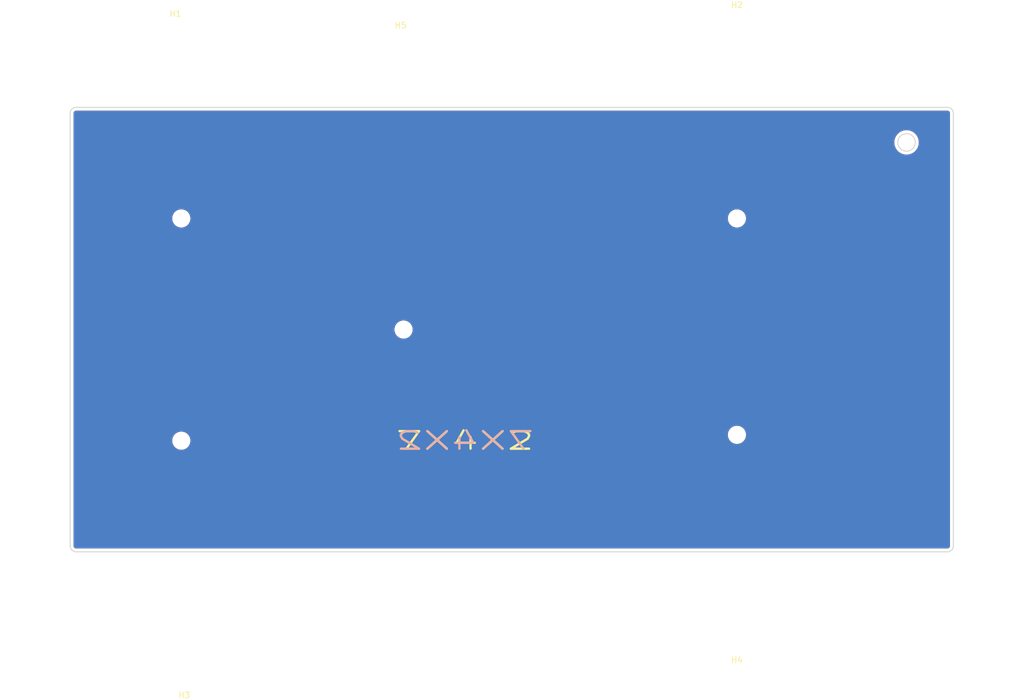
<source format=kicad_pcb>
(kicad_pcb (version 20171130) (host pcbnew "(5.1.6)-1")

  (general
    (thickness 1.6)
    (drawings 13)
    (tracks 0)
    (zones 0)
    (modules 5)
    (nets 1)
  )

  (page A3)
  (layers
    (0 F.Cu signal)
    (31 B.Cu signal)
    (32 B.Adhes user hide)
    (33 F.Adhes user hide)
    (34 B.Paste user hide)
    (35 F.Paste user hide)
    (36 B.SilkS user)
    (37 F.SilkS user)
    (38 B.Mask user hide)
    (39 F.Mask user hide)
    (40 Dwgs.User user)
    (41 Cmts.User user hide)
    (42 Eco1.User user)
    (43 Eco2.User user)
    (44 Edge.Cuts user)
    (45 Margin user hide)
    (46 B.CrtYd user hide)
    (47 F.CrtYd user hide)
    (48 B.Fab user hide)
    (49 F.Fab user hide)
  )

  (setup
    (last_trace_width 0.2)
    (user_trace_width 0.2)
    (user_trace_width 0.4)
    (user_trace_width 0.6)
    (user_trace_width 0.8)
    (user_trace_width 1)
    (user_trace_width 1.2)
    (user_trace_width 1.6)
    (user_trace_width 2)
    (trace_clearance 0.2)
    (zone_clearance 0.508)
    (zone_45_only no)
    (trace_min 0.2)
    (via_size 0.5)
    (via_drill 0.3)
    (via_min_size 0.4)
    (via_min_drill 0.3)
    (user_via 0.9 0.5)
    (user_via 1.2 0.8)
    (user_via 1.4 0.9)
    (user_via 1.5 1)
    (uvia_size 0.3)
    (uvia_drill 0.1)
    (uvias_allowed no)
    (uvia_min_size 0.2)
    (uvia_min_drill 0.1)
    (edge_width 0.15)
    (segment_width 0.2)
    (pcb_text_width 0.3)
    (pcb_text_size 1.5 1.5)
    (mod_edge_width 0.15)
    (mod_text_size 1 1)
    (mod_text_width 0.15)
    (pad_size 1.2 1.2)
    (pad_drill 0.6)
    (pad_to_mask_clearance 0.2)
    (solder_mask_min_width 0.25)
    (aux_axis_origin 50 50)
    (grid_origin 211.901001 215.355521)
    (visible_elements 7FFFFFFF)
    (pcbplotparams
      (layerselection 0x010f0_ffffffff)
      (usegerberextensions true)
      (usegerberattributes false)
      (usegerberadvancedattributes false)
      (creategerberjobfile false)
      (excludeedgelayer true)
      (linewidth 0.100000)
      (plotframeref false)
      (viasonmask false)
      (mode 1)
      (useauxorigin true)
      (hpglpennumber 1)
      (hpglpenspeed 20)
      (hpglpendiameter 15.000000)
      (psnegative false)
      (psa4output false)
      (plotreference true)
      (plotvalue true)
      (plotinvisibletext false)
      (padsonsilk false)
      (subtractmaskfromsilk true)
      (outputformat 1)
      (mirror false)
      (drillshape 0)
      (scaleselection 1)
      (outputdirectory "./gerber/"))
  )

  (net 0 "")

  (net_class Default "これは標準のネット クラスです。"
    (clearance 0.2)
    (trace_width 0.2)
    (via_dia 0.5)
    (via_drill 0.3)
    (uvia_dia 0.3)
    (uvia_drill 0.1)
  )

  (module MountingHole:MountingHole_2.1mm (layer F.Cu) (tedit 5B924765) (tstamp 5EC5444E)
    (at 109.401001 113.855521)
    (descr "Mounting Hole 2.1mm, no annular")
    (tags "mounting hole 2.1mm no annular")
    (path /5E51C383)
    (attr virtual)
    (fp_text reference H5 (at -0.5 -52) (layer F.SilkS)
      (effects (font (size 1 1) (thickness 0.15)))
    )
    (fp_text value MountingHole (at 0 3.2) (layer F.Fab)
      (effects (font (size 1 1) (thickness 0.15)))
    )
    (fp_circle (center 0 0) (end 2.1 0) (layer Cmts.User) (width 0.15))
    (fp_circle (center 0 0) (end 2.35 0) (layer F.CrtYd) (width 0.05))
    (fp_text user %R (at 0.3 0) (layer F.Fab)
      (effects (font (size 1 1) (thickness 0.15)))
    )
    (pad "" np_thru_hole circle (at 0 0) (size 2.1 2.1) (drill 2.1) (layers *.Cu *.Mask))
  )

  (module MountingHole:MountingHole_2.1mm (layer F.Cu) (tedit 5B924765) (tstamp 5E49C725)
    (at 166.401001 131.855521)
    (descr "Mounting Hole 2.1mm, no annular")
    (tags "mounting hole 2.1mm no annular")
    (path /5E50EBA9)
    (attr virtual)
    (fp_text reference H4 (at 0 38.5) (layer F.SilkS)
      (effects (font (size 1 1) (thickness 0.15)))
    )
    (fp_text value MountingHole (at 0 3.2) (layer F.Fab)
      (effects (font (size 1 1) (thickness 0.15)))
    )
    (fp_circle (center 0 0) (end 2.1 0) (layer Cmts.User) (width 0.15))
    (fp_circle (center 0 0) (end 2.35 0) (layer F.CrtYd) (width 0.05))
    (fp_text user %R (at 0.3 0) (layer F.Fab)
      (effects (font (size 1 1) (thickness 0.15)))
    )
    (pad "" np_thru_hole circle (at 0 0) (size 2.1 2.1) (drill 2.1) (layers *.Cu *.Mask))
  )

  (module MountingHole:MountingHole_2.1mm (layer F.Cu) (tedit 5B924765) (tstamp 5E49C71D)
    (at 71.401001 132.855521)
    (descr "Mounting Hole 2.1mm, no annular")
    (tags "mounting hole 2.1mm no annular")
    (path /5E50EB9F)
    (attr virtual)
    (fp_text reference H3 (at 0.5 43.5) (layer F.SilkS)
      (effects (font (size 1 1) (thickness 0.15)))
    )
    (fp_text value MountingHole (at 0 3.2) (layer F.Fab)
      (effects (font (size 1 1) (thickness 0.15)))
    )
    (fp_circle (center 0 0) (end 2.1 0) (layer Cmts.User) (width 0.15))
    (fp_circle (center 0 0) (end 2.35 0) (layer F.CrtYd) (width 0.05))
    (fp_text user %R (at 0.3 0) (layer F.Fab)
      (effects (font (size 1 1) (thickness 0.15)))
    )
    (pad "" np_thru_hole circle (at 0 0) (size 2.1 2.1) (drill 2.1) (layers *.Cu *.Mask))
  )

  (module MountingHole:MountingHole_2.1mm (layer F.Cu) (tedit 5B924765) (tstamp 5EC326C3)
    (at 166.401001 94.855521)
    (descr "Mounting Hole 2.1mm, no annular")
    (tags "mounting hole 2.1mm no annular")
    (path /5E50DFF3)
    (attr virtual)
    (fp_text reference H2 (at 0 -36.5) (layer F.SilkS)
      (effects (font (size 1 1) (thickness 0.15)))
    )
    (fp_text value MountingHole (at 0 3.2) (layer F.Fab)
      (effects (font (size 1 1) (thickness 0.15)))
    )
    (fp_circle (center 0 0) (end 2.1 0) (layer Cmts.User) (width 0.15))
    (fp_circle (center 0 0) (end 2.35 0) (layer F.CrtYd) (width 0.05))
    (fp_text user %R (at 0.3 0) (layer F.Fab)
      (effects (font (size 1 1) (thickness 0.15)))
    )
    (pad "" np_thru_hole circle (at 0 0) (size 2.1 2.1) (drill 2.1) (layers *.Cu *.Mask))
  )

  (module MountingHole:MountingHole_2.1mm (layer F.Cu) (tedit 5B924765) (tstamp 5E49C70D)
    (at 71.401001 94.855521)
    (descr "Mounting Hole 2.1mm, no annular")
    (tags "mounting hole 2.1mm no annular")
    (path /5E50DAEC)
    (attr virtual)
    (fp_text reference H1 (at -1 -35) (layer F.SilkS)
      (effects (font (size 1 1) (thickness 0.15)))
    )
    (fp_text value MountingHole (at 0 3.2) (layer F.Fab)
      (effects (font (size 1 1) (thickness 0.15)))
    )
    (fp_circle (center 0 0) (end 2.1 0) (layer Cmts.User) (width 0.15))
    (fp_circle (center 0 0) (end 2.35 0) (layer F.CrtYd) (width 0.05))
    (fp_text user %R (at 0.3 0) (layer F.Fab)
      (effects (font (size 1 1) (thickness 0.15)))
    )
    (pad "" np_thru_hole circle (at 0 0) (size 2.1 2.1) (drill 2.1) (layers *.Cu *.Mask))
  )

  (gr_text 7X4X2 (at 119.901001 132.855521) (layer B.SilkS) (tstamp 5EC4D462)
    (effects (font (size 3 5) (thickness 0.4)) (justify mirror))
  )
  (gr_text 7X4X2 (at 119.901001 132.855521) (layer F.SilkS) (tstamp 5E7FFC6D)
    (effects (font (size 3 5) (thickness 0.4)))
  )
  (gr_circle (center 195.401001 81.855521) (end 195.401001 83.355521) (layer Edge.Cuts) (width 0.15))
  (dimension 76 (width 0.15) (layer Dwgs.User)
    (gr_text "76.000 mm" (at 208.201001 113.855521 270) (layer Dwgs.User)
      (effects (font (size 1 1) (thickness 0.15)))
    )
    (feature1 (pts (xy 203.401001 151.855521) (xy 207.487422 151.855521)))
    (feature2 (pts (xy 203.401001 75.855521) (xy 207.487422 75.855521)))
    (crossbar (pts (xy 206.901001 75.855521) (xy 206.901001 151.855521)))
    (arrow1a (pts (xy 206.901001 151.855521) (xy 206.31458 150.729017)))
    (arrow1b (pts (xy 206.901001 151.855521) (xy 207.487422 150.729017)))
    (arrow2a (pts (xy 206.901001 75.855521) (xy 206.31458 76.982025)))
    (arrow2b (pts (xy 206.901001 75.855521) (xy 207.487422 76.982025)))
  )
  (dimension 151.025002 (width 0.15) (layer Dwgs.User)
    (gr_text "151.025 mm" (at 127.889209 71.56661 -0.009484485845) (layer Dwgs.User)
      (effects (font (size 1 1) (thickness 0.15)))
    )
    (feature1 (pts (xy 52.376001 75.830521) (xy 52.376591 72.267689)))
    (feature2 (pts (xy 203.401001 75.855521) (xy 203.401591 72.292689)))
    (crossbar (pts (xy 203.401494 72.87911) (xy 52.376494 72.85411)))
    (arrow1a (pts (xy 52.376494 72.85411) (xy 53.503095 72.267876)))
    (arrow1b (pts (xy 52.376494 72.85411) (xy 53.502901 73.440717)))
    (arrow2a (pts (xy 203.401494 72.87911) (xy 202.275087 72.292503)))
    (arrow2b (pts (xy 203.401494 72.87911) (xy 202.274893 73.465344)))
  )
  (gr_arc (start 53.401001 76.855521) (end 53.401001 75.855521) (angle -90) (layer Edge.Cuts) (width 0.15))
  (gr_arc (start 53.401001 150.855521) (end 52.401001 150.855521) (angle -90) (layer Edge.Cuts) (width 0.15))
  (gr_arc (start 202.401001 150.855521) (end 202.401001 151.855521) (angle -90) (layer Edge.Cuts) (width 0.15))
  (gr_arc (start 202.401001 76.855521) (end 203.401001 76.855521) (angle -90) (layer Edge.Cuts) (width 0.15))
  (gr_line (start 52.401001 76.855521) (end 52.401001 150.855521) (layer Edge.Cuts) (width 0.15) (tstamp 5EC11F0B))
  (gr_line (start 202.401001 75.855521) (end 53.401001 75.855521) (layer Edge.Cuts) (width 0.15))
  (gr_line (start 203.401001 150.855521) (end 203.401001 76.855521) (layer Edge.Cuts) (width 0.15))
  (gr_line (start 53.401001 151.855521) (end 202.401001 151.855521) (layer Edge.Cuts) (width 0.15))

  (zone (net 0) (net_name "") (layer B.Cu) (tstamp 5EC4C2BB) (hatch edge 0.508)
    (connect_pads (clearance 0.508))
    (min_thickness 0.254)
    (fill yes (arc_segments 32) (thermal_gap 0.508) (thermal_bridge_width 0.508))
    (polygon
      (pts
        (xy 215.501001 165.455521) (xy 40.401001 160.855521) (xy 40.401001 67.405521) (xy 213.901001 67.655521)
      )
    )
    (filled_polygon
      (pts
        (xy 202.456666 76.574384) (xy 202.510215 76.590551) (xy 202.559598 76.616809) (xy 202.602946 76.652162) (xy 202.638601 76.695261)
        (xy 202.665202 76.744458) (xy 202.681743 76.797896) (xy 202.691002 76.885985) (xy 202.691001 150.8208) (xy 202.682139 150.911185)
        (xy 202.665971 150.964735) (xy 202.639713 151.014118) (xy 202.604358 151.057468) (xy 202.561262 151.09312) (xy 202.512064 151.119722)
        (xy 202.458626 151.136263) (xy 202.370546 151.145521) (xy 53.435722 151.145521) (xy 53.345337 151.136659) (xy 53.291787 151.120491)
        (xy 53.242404 151.094233) (xy 53.199054 151.058878) (xy 53.163402 151.015782) (xy 53.1368 150.966584) (xy 53.120259 150.913146)
        (xy 53.111001 150.825066) (xy 53.111001 132.689563) (xy 69.716001 132.689563) (xy 69.716001 133.021479) (xy 69.780755 133.347017)
        (xy 69.907773 133.653668) (xy 70.092176 133.929646) (xy 70.326876 134.164346) (xy 70.602854 134.348749) (xy 70.909505 134.475767)
        (xy 71.235043 134.540521) (xy 71.566959 134.540521) (xy 71.892497 134.475767) (xy 72.199148 134.348749) (xy 72.475126 134.164346)
        (xy 72.709826 133.929646) (xy 72.894229 133.653668) (xy 73.021247 133.347017) (xy 73.086001 133.021479) (xy 73.086001 132.689563)
        (xy 73.021247 132.364025) (xy 72.894229 132.057374) (xy 72.709826 131.781396) (xy 72.617993 131.689563) (xy 164.716001 131.689563)
        (xy 164.716001 132.021479) (xy 164.780755 132.347017) (xy 164.907773 132.653668) (xy 165.092176 132.929646) (xy 165.326876 133.164346)
        (xy 165.602854 133.348749) (xy 165.909505 133.475767) (xy 166.235043 133.540521) (xy 166.566959 133.540521) (xy 166.892497 133.475767)
        (xy 167.199148 133.348749) (xy 167.475126 133.164346) (xy 167.709826 132.929646) (xy 167.894229 132.653668) (xy 168.021247 132.347017)
        (xy 168.086001 132.021479) (xy 168.086001 131.689563) (xy 168.021247 131.364025) (xy 167.894229 131.057374) (xy 167.709826 130.781396)
        (xy 167.475126 130.546696) (xy 167.199148 130.362293) (xy 166.892497 130.235275) (xy 166.566959 130.170521) (xy 166.235043 130.170521)
        (xy 165.909505 130.235275) (xy 165.602854 130.362293) (xy 165.326876 130.546696) (xy 165.092176 130.781396) (xy 164.907773 131.057374)
        (xy 164.780755 131.364025) (xy 164.716001 131.689563) (xy 72.617993 131.689563) (xy 72.475126 131.546696) (xy 72.199148 131.362293)
        (xy 71.892497 131.235275) (xy 71.566959 131.170521) (xy 71.235043 131.170521) (xy 70.909505 131.235275) (xy 70.602854 131.362293)
        (xy 70.326876 131.546696) (xy 70.092176 131.781396) (xy 69.907773 132.057374) (xy 69.780755 132.364025) (xy 69.716001 132.689563)
        (xy 53.111001 132.689563) (xy 53.111001 113.689563) (xy 107.716001 113.689563) (xy 107.716001 114.021479) (xy 107.780755 114.347017)
        (xy 107.907773 114.653668) (xy 108.092176 114.929646) (xy 108.326876 115.164346) (xy 108.602854 115.348749) (xy 108.909505 115.475767)
        (xy 109.235043 115.540521) (xy 109.566959 115.540521) (xy 109.892497 115.475767) (xy 110.199148 115.348749) (xy 110.475126 115.164346)
        (xy 110.709826 114.929646) (xy 110.894229 114.653668) (xy 111.021247 114.347017) (xy 111.086001 114.021479) (xy 111.086001 113.689563)
        (xy 111.021247 113.364025) (xy 110.894229 113.057374) (xy 110.709826 112.781396) (xy 110.475126 112.546696) (xy 110.199148 112.362293)
        (xy 109.892497 112.235275) (xy 109.566959 112.170521) (xy 109.235043 112.170521) (xy 108.909505 112.235275) (xy 108.602854 112.362293)
        (xy 108.326876 112.546696) (xy 108.092176 112.781396) (xy 107.907773 113.057374) (xy 107.780755 113.364025) (xy 107.716001 113.689563)
        (xy 53.111001 113.689563) (xy 53.111001 94.689563) (xy 69.716001 94.689563) (xy 69.716001 95.021479) (xy 69.780755 95.347017)
        (xy 69.907773 95.653668) (xy 70.092176 95.929646) (xy 70.326876 96.164346) (xy 70.602854 96.348749) (xy 70.909505 96.475767)
        (xy 71.235043 96.540521) (xy 71.566959 96.540521) (xy 71.892497 96.475767) (xy 72.199148 96.348749) (xy 72.475126 96.164346)
        (xy 72.709826 95.929646) (xy 72.894229 95.653668) (xy 73.021247 95.347017) (xy 73.086001 95.021479) (xy 73.086001 94.689563)
        (xy 164.716001 94.689563) (xy 164.716001 95.021479) (xy 164.780755 95.347017) (xy 164.907773 95.653668) (xy 165.092176 95.929646)
        (xy 165.326876 96.164346) (xy 165.602854 96.348749) (xy 165.909505 96.475767) (xy 166.235043 96.540521) (xy 166.566959 96.540521)
        (xy 166.892497 96.475767) (xy 167.199148 96.348749) (xy 167.475126 96.164346) (xy 167.709826 95.929646) (xy 167.894229 95.653668)
        (xy 168.021247 95.347017) (xy 168.086001 95.021479) (xy 168.086001 94.689563) (xy 168.021247 94.364025) (xy 167.894229 94.057374)
        (xy 167.709826 93.781396) (xy 167.475126 93.546696) (xy 167.199148 93.362293) (xy 166.892497 93.235275) (xy 166.566959 93.170521)
        (xy 166.235043 93.170521) (xy 165.909505 93.235275) (xy 165.602854 93.362293) (xy 165.326876 93.546696) (xy 165.092176 93.781396)
        (xy 164.907773 94.057374) (xy 164.780755 94.364025) (xy 164.716001 94.689563) (xy 73.086001 94.689563) (xy 73.021247 94.364025)
        (xy 72.894229 94.057374) (xy 72.709826 93.781396) (xy 72.475126 93.546696) (xy 72.199148 93.362293) (xy 71.892497 93.235275)
        (xy 71.566959 93.170521) (xy 71.235043 93.170521) (xy 70.909505 93.235275) (xy 70.602854 93.362293) (xy 70.326876 93.546696)
        (xy 70.092176 93.781396) (xy 69.907773 94.057374) (xy 69.780755 94.364025) (xy 69.716001 94.689563) (xy 53.111001 94.689563)
        (xy 53.111001 81.636943) (xy 193.181739 81.636943) (xy 193.181739 82.074099) (xy 193.267024 82.502856) (xy 193.434317 82.906736)
        (xy 193.677188 83.270218) (xy 193.986304 83.579334) (xy 194.349786 83.822205) (xy 194.753666 83.989498) (xy 195.182423 84.074783)
        (xy 195.619579 84.074783) (xy 196.048336 83.989498) (xy 196.452216 83.822205) (xy 196.815698 83.579334) (xy 197.124814 83.270218)
        (xy 197.367685 82.906736) (xy 197.534978 82.502856) (xy 197.620263 82.074099) (xy 197.620263 81.636943) (xy 197.534978 81.208186)
        (xy 197.367685 80.804306) (xy 197.124814 80.440824) (xy 196.815698 80.131708) (xy 196.452216 79.888837) (xy 196.048336 79.721544)
        (xy 195.619579 79.636259) (xy 195.182423 79.636259) (xy 194.753666 79.721544) (xy 194.349786 79.888837) (xy 193.986304 80.131708)
        (xy 193.677188 80.440824) (xy 193.434317 80.804306) (xy 193.267024 81.208186) (xy 193.181739 81.636943) (xy 53.111001 81.636943)
        (xy 53.111001 76.890243) (xy 53.119864 76.799856) (xy 53.136031 76.746307) (xy 53.162289 76.696924) (xy 53.197642 76.653576)
        (xy 53.240741 76.617921) (xy 53.289938 76.59132) (xy 53.343376 76.574779) (xy 53.431456 76.565521) (xy 202.366279 76.565521)
      )
    )
  )
  (zone (net 0) (net_name "") (layer F.Cu) (tstamp 5EC4C2B8) (hatch edge 0.508)
    (connect_pads (clearance 0.508))
    (min_thickness 0.254)
    (fill yes (arc_segments 32) (thermal_gap 0.508) (thermal_bridge_width 0.508))
    (polygon
      (pts
        (xy 213.001001 160.855521) (xy 46.951001 161.355521) (xy 46.851001 69.355521) (xy 215.201001 69.255521)
      )
    )
    (filled_polygon
      (pts
        (xy 202.456666 76.574384) (xy 202.510215 76.590551) (xy 202.559598 76.616809) (xy 202.602946 76.652162) (xy 202.638601 76.695261)
        (xy 202.665202 76.744458) (xy 202.681743 76.797896) (xy 202.691002 76.885985) (xy 202.691001 150.8208) (xy 202.682139 150.911185)
        (xy 202.665971 150.964735) (xy 202.639713 151.014118) (xy 202.604358 151.057468) (xy 202.561262 151.09312) (xy 202.512064 151.119722)
        (xy 202.458626 151.136263) (xy 202.370546 151.145521) (xy 53.435722 151.145521) (xy 53.345337 151.136659) (xy 53.291787 151.120491)
        (xy 53.242404 151.094233) (xy 53.199054 151.058878) (xy 53.163402 151.015782) (xy 53.1368 150.966584) (xy 53.120259 150.913146)
        (xy 53.111001 150.825066) (xy 53.111001 132.689563) (xy 69.716001 132.689563) (xy 69.716001 133.021479) (xy 69.780755 133.347017)
        (xy 69.907773 133.653668) (xy 70.092176 133.929646) (xy 70.326876 134.164346) (xy 70.602854 134.348749) (xy 70.909505 134.475767)
        (xy 71.235043 134.540521) (xy 71.566959 134.540521) (xy 71.892497 134.475767) (xy 72.199148 134.348749) (xy 72.475126 134.164346)
        (xy 72.709826 133.929646) (xy 72.894229 133.653668) (xy 73.021247 133.347017) (xy 73.086001 133.021479) (xy 73.086001 132.689563)
        (xy 73.021247 132.364025) (xy 72.894229 132.057374) (xy 72.709826 131.781396) (xy 72.617993 131.689563) (xy 164.716001 131.689563)
        (xy 164.716001 132.021479) (xy 164.780755 132.347017) (xy 164.907773 132.653668) (xy 165.092176 132.929646) (xy 165.326876 133.164346)
        (xy 165.602854 133.348749) (xy 165.909505 133.475767) (xy 166.235043 133.540521) (xy 166.566959 133.540521) (xy 166.892497 133.475767)
        (xy 167.199148 133.348749) (xy 167.475126 133.164346) (xy 167.709826 132.929646) (xy 167.894229 132.653668) (xy 168.021247 132.347017)
        (xy 168.086001 132.021479) (xy 168.086001 131.689563) (xy 168.021247 131.364025) (xy 167.894229 131.057374) (xy 167.709826 130.781396)
        (xy 167.475126 130.546696) (xy 167.199148 130.362293) (xy 166.892497 130.235275) (xy 166.566959 130.170521) (xy 166.235043 130.170521)
        (xy 165.909505 130.235275) (xy 165.602854 130.362293) (xy 165.326876 130.546696) (xy 165.092176 130.781396) (xy 164.907773 131.057374)
        (xy 164.780755 131.364025) (xy 164.716001 131.689563) (xy 72.617993 131.689563) (xy 72.475126 131.546696) (xy 72.199148 131.362293)
        (xy 71.892497 131.235275) (xy 71.566959 131.170521) (xy 71.235043 131.170521) (xy 70.909505 131.235275) (xy 70.602854 131.362293)
        (xy 70.326876 131.546696) (xy 70.092176 131.781396) (xy 69.907773 132.057374) (xy 69.780755 132.364025) (xy 69.716001 132.689563)
        (xy 53.111001 132.689563) (xy 53.111001 113.689563) (xy 107.716001 113.689563) (xy 107.716001 114.021479) (xy 107.780755 114.347017)
        (xy 107.907773 114.653668) (xy 108.092176 114.929646) (xy 108.326876 115.164346) (xy 108.602854 115.348749) (xy 108.909505 115.475767)
        (xy 109.235043 115.540521) (xy 109.566959 115.540521) (xy 109.892497 115.475767) (xy 110.199148 115.348749) (xy 110.475126 115.164346)
        (xy 110.709826 114.929646) (xy 110.894229 114.653668) (xy 111.021247 114.347017) (xy 111.086001 114.021479) (xy 111.086001 113.689563)
        (xy 111.021247 113.364025) (xy 110.894229 113.057374) (xy 110.709826 112.781396) (xy 110.475126 112.546696) (xy 110.199148 112.362293)
        (xy 109.892497 112.235275) (xy 109.566959 112.170521) (xy 109.235043 112.170521) (xy 108.909505 112.235275) (xy 108.602854 112.362293)
        (xy 108.326876 112.546696) (xy 108.092176 112.781396) (xy 107.907773 113.057374) (xy 107.780755 113.364025) (xy 107.716001 113.689563)
        (xy 53.111001 113.689563) (xy 53.111001 94.689563) (xy 69.716001 94.689563) (xy 69.716001 95.021479) (xy 69.780755 95.347017)
        (xy 69.907773 95.653668) (xy 70.092176 95.929646) (xy 70.326876 96.164346) (xy 70.602854 96.348749) (xy 70.909505 96.475767)
        (xy 71.235043 96.540521) (xy 71.566959 96.540521) (xy 71.892497 96.475767) (xy 72.199148 96.348749) (xy 72.475126 96.164346)
        (xy 72.709826 95.929646) (xy 72.894229 95.653668) (xy 73.021247 95.347017) (xy 73.086001 95.021479) (xy 73.086001 94.689563)
        (xy 164.716001 94.689563) (xy 164.716001 95.021479) (xy 164.780755 95.347017) (xy 164.907773 95.653668) (xy 165.092176 95.929646)
        (xy 165.326876 96.164346) (xy 165.602854 96.348749) (xy 165.909505 96.475767) (xy 166.235043 96.540521) (xy 166.566959 96.540521)
        (xy 166.892497 96.475767) (xy 167.199148 96.348749) (xy 167.475126 96.164346) (xy 167.709826 95.929646) (xy 167.894229 95.653668)
        (xy 168.021247 95.347017) (xy 168.086001 95.021479) (xy 168.086001 94.689563) (xy 168.021247 94.364025) (xy 167.894229 94.057374)
        (xy 167.709826 93.781396) (xy 167.475126 93.546696) (xy 167.199148 93.362293) (xy 166.892497 93.235275) (xy 166.566959 93.170521)
        (xy 166.235043 93.170521) (xy 165.909505 93.235275) (xy 165.602854 93.362293) (xy 165.326876 93.546696) (xy 165.092176 93.781396)
        (xy 164.907773 94.057374) (xy 164.780755 94.364025) (xy 164.716001 94.689563) (xy 73.086001 94.689563) (xy 73.021247 94.364025)
        (xy 72.894229 94.057374) (xy 72.709826 93.781396) (xy 72.475126 93.546696) (xy 72.199148 93.362293) (xy 71.892497 93.235275)
        (xy 71.566959 93.170521) (xy 71.235043 93.170521) (xy 70.909505 93.235275) (xy 70.602854 93.362293) (xy 70.326876 93.546696)
        (xy 70.092176 93.781396) (xy 69.907773 94.057374) (xy 69.780755 94.364025) (xy 69.716001 94.689563) (xy 53.111001 94.689563)
        (xy 53.111001 81.636943) (xy 193.181739 81.636943) (xy 193.181739 82.074099) (xy 193.267024 82.502856) (xy 193.434317 82.906736)
        (xy 193.677188 83.270218) (xy 193.986304 83.579334) (xy 194.349786 83.822205) (xy 194.753666 83.989498) (xy 195.182423 84.074783)
        (xy 195.619579 84.074783) (xy 196.048336 83.989498) (xy 196.452216 83.822205) (xy 196.815698 83.579334) (xy 197.124814 83.270218)
        (xy 197.367685 82.906736) (xy 197.534978 82.502856) (xy 197.620263 82.074099) (xy 197.620263 81.636943) (xy 197.534978 81.208186)
        (xy 197.367685 80.804306) (xy 197.124814 80.440824) (xy 196.815698 80.131708) (xy 196.452216 79.888837) (xy 196.048336 79.721544)
        (xy 195.619579 79.636259) (xy 195.182423 79.636259) (xy 194.753666 79.721544) (xy 194.349786 79.888837) (xy 193.986304 80.131708)
        (xy 193.677188 80.440824) (xy 193.434317 80.804306) (xy 193.267024 81.208186) (xy 193.181739 81.636943) (xy 53.111001 81.636943)
        (xy 53.111001 76.890243) (xy 53.119864 76.799856) (xy 53.136031 76.746307) (xy 53.162289 76.696924) (xy 53.197642 76.653576)
        (xy 53.240741 76.617921) (xy 53.289938 76.59132) (xy 53.343376 76.574779) (xy 53.431456 76.565521) (xy 202.366279 76.565521)
      )
    )
  )
)

</source>
